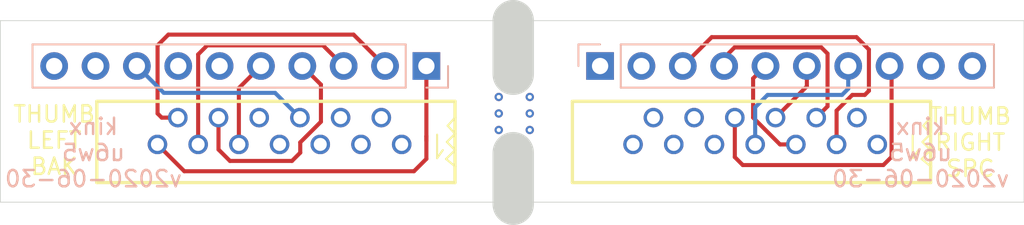
<source format=kicad_pcb>
(kicad_pcb (version 20171130) (host pcbnew 5.1.6)

  (general
    (thickness 1.6)
    (drawings 8)
    (tracks 62)
    (zones 0)
    (modules 5)
    (nets 36)
  )

  (page A4)
  (title_block
    (date 2020-06-23)
  )

  (layers
    (0 F.Cu signal)
    (31 B.Cu signal)
    (34 B.Paste user)
    (35 F.Paste user)
    (36 B.SilkS user)
    (37 F.SilkS user)
    (38 B.Mask user)
    (39 F.Mask user)
    (40 Dwgs.User user)
    (41 Cmts.User user)
    (42 Eco1.User user)
    (43 Eco2.User user)
    (44 Edge.Cuts user)
    (45 Margin user)
    (46 B.CrtYd user)
    (47 F.CrtYd user)
    (48 B.Fab user)
    (49 F.Fab user)
  )

  (setup
    (last_trace_width 0.25)
    (user_trace_width 2.54)
    (trace_clearance 0.1524)
    (zone_clearance 0.2)
    (zone_45_only no)
    (trace_min 0.2)
    (via_size 0.8)
    (via_drill 0.4)
    (via_min_size 0.4)
    (via_min_drill 0.3)
    (uvia_size 0.3)
    (uvia_drill 0.1)
    (uvias_allowed no)
    (uvia_min_size 0.2)
    (uvia_min_drill 0.1)
    (edge_width 0.05)
    (segment_width 0.2)
    (pcb_text_width 0.3)
    (pcb_text_size 1.5 1.5)
    (mod_edge_width 0.12)
    (mod_text_size 1 1)
    (mod_text_width 0.15)
    (pad_size 1.524 1.524)
    (pad_drill 0.762)
    (pad_to_mask_clearance 0.0508)
    (solder_mask_min_width 0.101)
    (aux_axis_origin 0 0)
    (visible_elements FFFFFF7F)
    (pcbplotparams
      (layerselection 0x010fc_ffffffff)
      (usegerberextensions false)
      (usegerberattributes true)
      (usegerberadvancedattributes true)
      (creategerberjobfile true)
      (excludeedgelayer true)
      (linewidth 0.100000)
      (plotframeref false)
      (viasonmask false)
      (mode 1)
      (useauxorigin false)
      (hpglpennumber 1)
      (hpglpenspeed 20)
      (hpglpendiameter 15.000000)
      (psnegative false)
      (psa4output false)
      (plotreference true)
      (plotvalue true)
      (plotinvisibletext false)
      (padsonsilk false)
      (subtractmaskfromsilk false)
      (outputformat 1)
      (mirror false)
      (drillshape 1)
      (scaleselection 1)
      (outputdirectory ""))
  )

  (net 0 "")
  (net 1 GND)
  (net 2 "Net-(J5-Pad10)")
  (net 3 "Net-(J5-Pad9)")
  (net 4 "Net-(J5-Pad7)")
  (net 5 "Net-(J5-Pad6)")
  (net 6 "Net-(J6-Pad10)")
  (net 7 "Net-(J6-Pad9)")
  (net 8 "Net-(J6-Pad2)")
  (net 9 "Net-(J6-Pad1)")
  (net 10 "Net-(J1-Pad12)")
  (net 11 "Net-(J1-Pad2)")
  (net 12 "Net-(J1-Pad13)")
  (net 13 "Net-(J1-Pad11)")
  (net 14 "Net-(J1-Pad1)")
  (net 15 "Net-(J8-Pad8)")
  (net 16 "Net-(J8-Pad4)")
  (net 17 "Net-(J8-Pad2)")
  (net 18 "Net-(J8-Pad7)")
  (net 19 "Net-(J8-Pad5)")
  (net 20 "Net-(J8-Pad3)")
  (net 21 "Net-(J8-Pad1)")
  (net 22 "Net-(J1-Pad10)")
  (net 23 "Net-(J1-Pad9)")
  (net 24 /COL_5_R)
  (net 25 /ROW_9_R)
  (net 26 /ROW_7_R)
  (net 27 /COL_6_R)
  (net 28 /ROW_8_R)
  (net 29 /ROW_6_R)
  (net 30 /ROW_3_L)
  (net 31 /COL_5_L)
  (net 32 /COL_6_L)
  (net 33 /ROW_5_L)
  (net 34 /ROW_2_L)
  (net 35 /ROW_4_L)

  (net_class Default "This is the default net class."
    (clearance 0.1524)
    (trace_width 0.25)
    (via_dia 0.8)
    (via_drill 0.4)
    (uvia_dia 0.3)
    (uvia_drill 0.1)
    (add_net /COL_5_L)
    (add_net /COL_5_R)
    (add_net /COL_6_L)
    (add_net /COL_6_R)
    (add_net /ROW_2_L)
    (add_net /ROW_3_L)
    (add_net /ROW_4_L)
    (add_net /ROW_5_L)
    (add_net /ROW_6_R)
    (add_net /ROW_7_R)
    (add_net /ROW_8_R)
    (add_net /ROW_9_R)
    (add_net "Net-(J1-Pad1)")
    (add_net "Net-(J1-Pad10)")
    (add_net "Net-(J1-Pad11)")
    (add_net "Net-(J1-Pad12)")
    (add_net "Net-(J1-Pad13)")
    (add_net "Net-(J1-Pad2)")
    (add_net "Net-(J1-Pad9)")
    (add_net "Net-(J5-Pad10)")
    (add_net "Net-(J5-Pad6)")
    (add_net "Net-(J5-Pad7)")
    (add_net "Net-(J5-Pad9)")
    (add_net "Net-(J6-Pad1)")
    (add_net "Net-(J6-Pad10)")
    (add_net "Net-(J6-Pad2)")
    (add_net "Net-(J6-Pad9)")
    (add_net "Net-(J8-Pad1)")
    (add_net "Net-(J8-Pad2)")
    (add_net "Net-(J8-Pad3)")
    (add_net "Net-(J8-Pad4)")
    (add_net "Net-(J8-Pad5)")
    (add_net "Net-(J8-Pad7)")
    (add_net "Net-(J8-Pad8)")
  )

  (module kinx:39-53-2135 (layer F.Cu) (tedit 5EE5D146) (tstamp 5EE97738)
    (at 141.605 134.62 180)
    (descr "\"1.25 FPC CONN ASSY ZF 13\"")
    (path /5F89CD6C)
    (fp_text reference J1 (at 11.557 -0.254 180) (layer F.SilkS) hide
      (effects (font (size 1 1) (thickness 0.15)) (justify right bottom))
    )
    (fp_text value THUMB_RIGHT_SPC_KB600 (at -10.16 -3.81 180) (layer F.Fab) hide
      (effects (font (size 1.6891 1.6891) (thickness 0.135128)) (justify right bottom))
    )
    (fp_line (start -10.7754 2.6524) (end 11.2246 2.6524) (layer F.SilkS) (width 0.2032))
    (fp_line (start 11.2246 2.6524) (end 11.2246 -2.3476) (layer F.SilkS) (width 0.2032))
    (fp_line (start 11.2246 -2.3476) (end -10.7754 -2.3476) (layer F.SilkS) (width 0.2032))
    (fp_line (start -10.7754 -2.3476) (end -10.7754 -1.3476) (layer F.SilkS) (width 0.2032))
    (fp_line (start -10.7754 -1.3476) (end -10.7754 -0.3476) (layer F.SilkS) (width 0.2032))
    (fp_line (start -10.7754 -0.3476) (end -10.7754 0.6524) (layer F.SilkS) (width 0.2032))
    (fp_line (start -10.7754 0.6524) (end -10.7754 1.6524) (layer F.SilkS) (width 0.2032))
    (fp_line (start -10.7754 1.6524) (end -10.7754 2.6524) (layer F.SilkS) (width 0.2032))
    (fp_line (start -10.7754 1.6524) (end -10.3254 1.1524) (layer F.SilkS) (width 0.127))
    (fp_line (start -10.3254 1.1524) (end -10.7754 0.6524) (layer F.SilkS) (width 0.127))
    (fp_line (start -10.7754 0.6524) (end -10.2754 0.1524) (layer F.SilkS) (width 0.127))
    (fp_line (start -10.2754 0.1524) (end -10.7754 -0.3476) (layer F.SilkS) (width 0.127))
    (fp_line (start -10.7754 -0.3476) (end -10.2254 -0.8976) (layer F.SilkS) (width 0.127))
    (fp_line (start -10.2254 -0.8976) (end -10.7754 -1.3476) (layer F.SilkS) (width 0.127))
    (fp_line (start -10.0254 -0.3476) (end -9.6754 -0.8476) (layer F.SilkS) (width 0.127))
    (fp_line (start -9.6754 -0.8476) (end -9.6754 0.6024) (layer F.SilkS) (width 0.127))
    (fp_line (start -8.85 0.2) (end 8.85 0.2) (layer F.Fab) (width 0.1016))
    (fp_line (start 8.85 0.2) (end 8.85 -0.4) (layer F.Fab) (width 0.1016))
    (fp_line (start 8.85 -0.4) (end -8.85 -0.4) (layer F.Fab) (width 0.1016))
    (fp_line (start -8.85 -0.4) (end -8.85 0.2) (layer F.Fab) (width 0.1016))
    (fp_line (start -8.85 0.2) (end -9.15 0.2) (layer F.Fab) (width 0.1016))
    (fp_line (start -9.15 0.2) (end -9.15 -1.25) (layer F.Fab) (width 0.1016))
    (fp_line (start -9.15 -1.25) (end 9.15 -1.25) (layer F.Fab) (width 0.1016))
    (fp_line (start 9.15 -1.25) (end 9.15 0.2) (layer F.Fab) (width 0.1016))
    (fp_line (start 9.15 0.2) (end 8.85 0.2) (layer F.Fab) (width 0.1016))
    (fp_line (start -9.15 -1.25) (end -8.85 -0.4) (layer F.Fab) (width 0.1016))
    (fp_line (start 8.85 -0.4) (end 9.15 -1.25) (layer F.Fab) (width 0.1016))
    (pad 12 thru_hole circle (at 6.25 1.65 180) (size 1.2 1.2) (drill 0.8) (layers *.Cu *.Mask)
      (net 10 "Net-(J1-Pad12)") (solder_mask_margin 0.0635))
    (pad 10 thru_hole circle (at 3.75 1.65 180) (size 1.2 1.2) (drill 0.8) (layers *.Cu *.Mask)
      (net 22 "Net-(J1-Pad10)") (solder_mask_margin 0.0635))
    (pad 8 thru_hole circle (at 1.25 1.65 180) (size 1.2 1.2) (drill 0.8) (layers *.Cu *.Mask)
      (net 24 /COL_5_R) (solder_mask_margin 0.0635))
    (pad 6 thru_hole circle (at -1.25 1.65 180) (size 1.2 1.2) (drill 0.8) (layers *.Cu *.Mask)
      (net 25 /ROW_9_R) (solder_mask_margin 0.0635))
    (pad 4 thru_hole circle (at -3.75 1.65 180) (size 1.2 1.2) (drill 0.8) (layers *.Cu *.Mask)
      (net 26 /ROW_7_R) (solder_mask_margin 0.0635))
    (pad 2 thru_hole circle (at -6.25 1.65 180) (size 1.2 1.2) (drill 0.8) (layers *.Cu *.Mask)
      (net 11 "Net-(J1-Pad2)") (solder_mask_margin 0.0635))
    (pad 13 thru_hole circle (at 7.5 0 180) (size 1.2 1.2) (drill 0.8) (layers *.Cu *.Mask)
      (net 12 "Net-(J1-Pad13)") (solder_mask_margin 0.0635))
    (pad 11 thru_hole circle (at 5 0 180) (size 1.2 1.2) (drill 0.8) (layers *.Cu *.Mask)
      (net 13 "Net-(J1-Pad11)") (solder_mask_margin 0.0635))
    (pad 9 thru_hole circle (at 2.5 0 180) (size 1.2 1.2) (drill 0.8) (layers *.Cu *.Mask)
      (net 23 "Net-(J1-Pad9)") (solder_mask_margin 0.0635))
    (pad 7 thru_hole circle (at 0 0 180) (size 1.2 1.2) (drill 0.8) (layers *.Cu *.Mask)
      (net 27 /COL_6_R) (solder_mask_margin 0.0635))
    (pad 5 thru_hole circle (at -2.5 0 180) (size 1.2 1.2) (drill 0.8) (layers *.Cu *.Mask)
      (net 28 /ROW_8_R) (solder_mask_margin 0.0635))
    (pad 3 thru_hole circle (at -5 0 180) (size 1.2 1.2) (drill 0.8) (layers *.Cu *.Mask)
      (net 29 /ROW_6_R) (solder_mask_margin 0.0635))
    (pad 1 thru_hole circle (at -7.5 0 180) (size 1.2 1.2) (drill 0.8) (layers *.Cu *.Mask)
      (net 14 "Net-(J1-Pad1)") (solder_mask_margin 0.0635))
  )

  (module panelizationtab:tab locked (layer F.Cu) (tedit 5EFB9408) (tstamp 5EFBF165)
    (at 125.857 132.715 90)
    (fp_text reference REF** (at 0 0.5 90) (layer F.SilkS) hide
      (effects (font (size 1 1) (thickness 0.15)))
    )
    (fp_text value tab (at 0 -0.5 90) (layer F.Fab) hide
      (effects (font (size 1 1) (thickness 0.15)))
    )
    (pad 4 thru_hole circle (at -1.016 1.905 90) (size 0.51 0.51) (drill 0.254) (layers *.Cu *.Mask))
    (pad 6 thru_hole circle (at 1.016 1.905 90) (size 0.51 0.51) (drill 0.254) (layers *.Cu *.Mask))
    (pad 5 thru_hole circle (at 0 1.905 90) (size 0.51 0.51) (drill 0.254) (layers *.Cu *.Mask))
    (pad 1 thru_hole circle (at -1.016 0 90) (size 0.51 0.51) (drill 0.254) (layers *.Cu *.Mask))
    (pad 3 thru_hole circle (at 1.016 0 90) (size 0.51 0.51) (drill 0.254) (layers *.Cu *.Mask))
    (pad 2 thru_hole circle (at 0 0 90) (size 0.51 0.51) (drill 0.254) (layers *.Cu *.Mask))
  )

  (module kinx:39-53-2135 (layer F.Cu) (tedit 5EE5D146) (tstamp 5EE7DB2B)
    (at 112.395 134.62 180)
    (descr "\"1.25 FPC CONN ASSY ZF 13\"")
    (path /5F8EDD52)
    (fp_text reference J8 (at -12.827 -0.254 180) (layer F.SilkS) hide
      (effects (font (size 1 1) (thickness 0.15)) (justify right bottom))
    )
    (fp_text value THUMB_LEFT_BAK_KB600 (at -10.16 -3.81 180) (layer F.Fab) hide
      (effects (font (size 1.6891 1.6891) (thickness 0.135128)) (justify right bottom))
    )
    (fp_line (start -10.7754 2.6524) (end 11.2246 2.6524) (layer F.SilkS) (width 0.2032))
    (fp_line (start 11.2246 2.6524) (end 11.2246 -2.3476) (layer F.SilkS) (width 0.2032))
    (fp_line (start 11.2246 -2.3476) (end -10.7754 -2.3476) (layer F.SilkS) (width 0.2032))
    (fp_line (start -10.7754 -2.3476) (end -10.7754 -1.3476) (layer F.SilkS) (width 0.2032))
    (fp_line (start -10.7754 -1.3476) (end -10.7754 -0.3476) (layer F.SilkS) (width 0.2032))
    (fp_line (start -10.7754 -0.3476) (end -10.7754 0.6524) (layer F.SilkS) (width 0.2032))
    (fp_line (start -10.7754 0.6524) (end -10.7754 1.6524) (layer F.SilkS) (width 0.2032))
    (fp_line (start -10.7754 1.6524) (end -10.7754 2.6524) (layer F.SilkS) (width 0.2032))
    (fp_line (start -10.7754 1.6524) (end -10.3254 1.1524) (layer F.SilkS) (width 0.127))
    (fp_line (start -10.3254 1.1524) (end -10.7754 0.6524) (layer F.SilkS) (width 0.127))
    (fp_line (start -10.7754 0.6524) (end -10.2754 0.1524) (layer F.SilkS) (width 0.127))
    (fp_line (start -10.2754 0.1524) (end -10.7754 -0.3476) (layer F.SilkS) (width 0.127))
    (fp_line (start -10.7754 -0.3476) (end -10.2254 -0.8976) (layer F.SilkS) (width 0.127))
    (fp_line (start -10.2254 -0.8976) (end -10.7754 -1.3476) (layer F.SilkS) (width 0.127))
    (fp_line (start -10.0254 -0.3476) (end -9.6754 -0.8476) (layer F.SilkS) (width 0.127))
    (fp_line (start -9.6754 -0.8476) (end -9.6754 0.6024) (layer F.SilkS) (width 0.127))
    (fp_line (start -8.85 0.2) (end 8.85 0.2) (layer F.Fab) (width 0.1016))
    (fp_line (start 8.85 0.2) (end 8.85 -0.4) (layer F.Fab) (width 0.1016))
    (fp_line (start 8.85 -0.4) (end -8.85 -0.4) (layer F.Fab) (width 0.1016))
    (fp_line (start -8.85 -0.4) (end -8.85 0.2) (layer F.Fab) (width 0.1016))
    (fp_line (start -8.85 0.2) (end -9.15 0.2) (layer F.Fab) (width 0.1016))
    (fp_line (start -9.15 0.2) (end -9.15 -1.25) (layer F.Fab) (width 0.1016))
    (fp_line (start -9.15 -1.25) (end 9.15 -1.25) (layer F.Fab) (width 0.1016))
    (fp_line (start 9.15 -1.25) (end 9.15 0.2) (layer F.Fab) (width 0.1016))
    (fp_line (start 9.15 0.2) (end 8.85 0.2) (layer F.Fab) (width 0.1016))
    (fp_line (start -9.15 -1.25) (end -8.85 -0.4) (layer F.Fab) (width 0.1016))
    (fp_line (start 8.85 -0.4) (end 9.15 -1.25) (layer F.Fab) (width 0.1016))
    (pad 12 thru_hole circle (at 6.25 1.65 180) (size 1.2 1.2) (drill 0.8) (layers *.Cu *.Mask)
      (net 34 /ROW_2_L) (solder_mask_margin 0.0635))
    (pad 10 thru_hole circle (at 3.75 1.65 180) (size 1.2 1.2) (drill 0.8) (layers *.Cu *.Mask)
      (net 32 /COL_6_L) (solder_mask_margin 0.0635))
    (pad 8 thru_hole circle (at 1.25 1.65 180) (size 1.2 1.2) (drill 0.8) (layers *.Cu *.Mask)
      (net 15 "Net-(J8-Pad8)") (solder_mask_margin 0.0635))
    (pad 6 thru_hole circle (at -1.25 1.65 180) (size 1.2 1.2) (drill 0.8) (layers *.Cu *.Mask)
      (net 30 /ROW_3_L) (solder_mask_margin 0.0635))
    (pad 4 thru_hole circle (at -3.75 1.65 180) (size 1.2 1.2) (drill 0.8) (layers *.Cu *.Mask)
      (net 16 "Net-(J8-Pad4)") (solder_mask_margin 0.0635))
    (pad 2 thru_hole circle (at -6.25 1.65 180) (size 1.2 1.2) (drill 0.8) (layers *.Cu *.Mask)
      (net 17 "Net-(J8-Pad2)") (solder_mask_margin 0.0635))
    (pad 13 thru_hole circle (at 7.5 0 180) (size 1.2 1.2) (drill 0.8) (layers *.Cu *.Mask)
      (net 35 /ROW_4_L) (solder_mask_margin 0.0635))
    (pad 11 thru_hole circle (at 5 0 180) (size 1.2 1.2) (drill 0.8) (layers *.Cu *.Mask)
      (net 33 /ROW_5_L) (solder_mask_margin 0.0635))
    (pad 9 thru_hole circle (at 2.5 0 180) (size 1.2 1.2) (drill 0.8) (layers *.Cu *.Mask)
      (net 31 /COL_5_L) (solder_mask_margin 0.0635))
    (pad 7 thru_hole circle (at 0 0 180) (size 1.2 1.2) (drill 0.8) (layers *.Cu *.Mask)
      (net 18 "Net-(J8-Pad7)") (solder_mask_margin 0.0635))
    (pad 5 thru_hole circle (at -2.5 0 180) (size 1.2 1.2) (drill 0.8) (layers *.Cu *.Mask)
      (net 19 "Net-(J8-Pad5)") (solder_mask_margin 0.0635))
    (pad 3 thru_hole circle (at -5 0 180) (size 1.2 1.2) (drill 0.8) (layers *.Cu *.Mask)
      (net 20 "Net-(J8-Pad3)") (solder_mask_margin 0.0635))
    (pad 1 thru_hole circle (at -7.5 0 180) (size 1.2 1.2) (drill 0.8) (layers *.Cu *.Mask)
      (net 21 "Net-(J8-Pad1)") (solder_mask_margin 0.0635))
  )

  (module Connector_PinHeader_2.54mm:PinHeader_1x10_P2.54mm_Vertical (layer B.Cu) (tedit 59FED5CC) (tstamp 5EE9F443)
    (at 121.412 129.794 90)
    (descr "Through hole straight pin header, 1x10, 2.54mm pitch, single row")
    (tags "Through hole pin header THT 1x10 2.54mm single row")
    (path /2978C288)
    (fp_text reference J5 (at -2.54 -22.987 180) (layer B.SilkS) hide
      (effects (font (size 1 1) (thickness 0.15)) (justify mirror))
    )
    (fp_text value "THUMB\nLEFT\nBAK" (at -4.572 -22.86 unlocked) (layer F.SilkS)
      (effects (font (size 1 1) (thickness 0.15)))
    )
    (fp_line (start 1.8 1.8) (end -1.8 1.8) (layer B.CrtYd) (width 0.05))
    (fp_line (start 1.8 -24.65) (end 1.8 1.8) (layer B.CrtYd) (width 0.05))
    (fp_line (start -1.8 -24.65) (end 1.8 -24.65) (layer B.CrtYd) (width 0.05))
    (fp_line (start -1.8 1.8) (end -1.8 -24.65) (layer B.CrtYd) (width 0.05))
    (fp_line (start -1.33 1.33) (end 0 1.33) (layer B.SilkS) (width 0.12))
    (fp_line (start -1.33 0) (end -1.33 1.33) (layer B.SilkS) (width 0.12))
    (fp_line (start -1.33 -1.27) (end 1.33 -1.27) (layer B.SilkS) (width 0.12))
    (fp_line (start 1.33 -1.27) (end 1.33 -24.19) (layer B.SilkS) (width 0.12))
    (fp_line (start -1.33 -1.27) (end -1.33 -24.19) (layer B.SilkS) (width 0.12))
    (fp_line (start -1.33 -24.19) (end 1.33 -24.19) (layer B.SilkS) (width 0.12))
    (fp_line (start -1.27 0.635) (end -0.635 1.27) (layer B.Fab) (width 0.1))
    (fp_line (start -1.27 -24.13) (end -1.27 0.635) (layer B.Fab) (width 0.1))
    (fp_line (start 1.27 -24.13) (end -1.27 -24.13) (layer B.Fab) (width 0.1))
    (fp_line (start 1.27 1.27) (end 1.27 -24.13) (layer B.Fab) (width 0.1))
    (fp_line (start -0.635 1.27) (end 1.27 1.27) (layer B.Fab) (width 0.1))
    (fp_text user %R (at 0 -11.43 180) (layer B.Fab)
      (effects (font (size 1 1) (thickness 0.15)) (justify mirror))
    )
    (pad 10 thru_hole oval (at 0 -22.86 90) (size 1.7 1.7) (drill 1) (layers *.Cu *.Mask)
      (net 2 "Net-(J5-Pad10)"))
    (pad 9 thru_hole oval (at 0 -20.32 90) (size 1.7 1.7) (drill 1) (layers *.Cu *.Mask)
      (net 3 "Net-(J5-Pad9)"))
    (pad 8 thru_hole oval (at 0 -17.78 90) (size 1.7 1.7) (drill 1) (layers *.Cu *.Mask)
      (net 30 /ROW_3_L))
    (pad 7 thru_hole oval (at 0 -15.24 90) (size 1.7 1.7) (drill 1) (layers *.Cu *.Mask)
      (net 4 "Net-(J5-Pad7)"))
    (pad 6 thru_hole oval (at 0 -12.7 90) (size 1.7 1.7) (drill 1) (layers *.Cu *.Mask)
      (net 5 "Net-(J5-Pad6)"))
    (pad 5 thru_hole oval (at 0 -10.16 90) (size 1.7 1.7) (drill 1) (layers *.Cu *.Mask)
      (net 31 /COL_5_L))
    (pad 4 thru_hole oval (at 0 -7.62 90) (size 1.7 1.7) (drill 1) (layers *.Cu *.Mask)
      (net 32 /COL_6_L))
    (pad 3 thru_hole oval (at 0 -5.08 90) (size 1.7 1.7) (drill 1) (layers *.Cu *.Mask)
      (net 33 /ROW_5_L))
    (pad 2 thru_hole oval (at 0 -2.54 90) (size 1.7 1.7) (drill 1) (layers *.Cu *.Mask)
      (net 34 /ROW_2_L))
    (pad 1 thru_hole rect (at 0 0 90) (size 1.7 1.7) (drill 1) (layers *.Cu *.Mask)
      (net 35 /ROW_4_L))
    (model ${KISYS3DMOD}/Connector_PinHeader_2.54mm.3dshapes/PinHeader_1x10_P2.54mm_Vertical.wrl
      (at (xyz 0 0 0))
      (scale (xyz 1 1 1))
      (rotate (xyz 0 0 0))
    )
  )

  (module Connector_PinHeader_2.54mm:PinHeader_1x10_P2.54mm_Vertical (layer B.Cu) (tedit 59FED5CC) (tstamp 5EE98194)
    (at 132.08 129.794 270)
    (descr "Through hole straight pin header, 1x10, 2.54mm pitch, single row")
    (tags "Through hole pin header THT 1x10 2.54mm single row")
    (path /1A47134F)
    (fp_text reference J6 (at 2.794 -23.749 180) (layer B.SilkS) hide
      (effects (font (size 1 1) (thickness 0.15)) (justify mirror))
    )
    (fp_text value "THUMB\nRIGHT\nSPC" (at 4.699 -22.733 unlocked) (layer F.SilkS)
      (effects (font (size 1 1) (thickness 0.15)))
    )
    (fp_line (start 1.8 1.8) (end -1.8 1.8) (layer B.CrtYd) (width 0.05))
    (fp_line (start 1.8 -24.65) (end 1.8 1.8) (layer B.CrtYd) (width 0.05))
    (fp_line (start -1.8 -24.65) (end 1.8 -24.65) (layer B.CrtYd) (width 0.05))
    (fp_line (start -1.8 1.8) (end -1.8 -24.65) (layer B.CrtYd) (width 0.05))
    (fp_line (start -1.33 1.33) (end 0 1.33) (layer B.SilkS) (width 0.12))
    (fp_line (start -1.33 0) (end -1.33 1.33) (layer B.SilkS) (width 0.12))
    (fp_line (start -1.33 -1.27) (end 1.33 -1.27) (layer B.SilkS) (width 0.12))
    (fp_line (start 1.33 -1.27) (end 1.33 -24.19) (layer B.SilkS) (width 0.12))
    (fp_line (start -1.33 -1.27) (end -1.33 -24.19) (layer B.SilkS) (width 0.12))
    (fp_line (start -1.33 -24.19) (end 1.33 -24.19) (layer B.SilkS) (width 0.12))
    (fp_line (start -1.27 0.635) (end -0.635 1.27) (layer B.Fab) (width 0.1))
    (fp_line (start -1.27 -24.13) (end -1.27 0.635) (layer B.Fab) (width 0.1))
    (fp_line (start 1.27 -24.13) (end -1.27 -24.13) (layer B.Fab) (width 0.1))
    (fp_line (start 1.27 1.27) (end 1.27 -24.13) (layer B.Fab) (width 0.1))
    (fp_line (start -0.635 1.27) (end 1.27 1.27) (layer B.Fab) (width 0.1))
    (fp_text user %R (at 0 -11.43 180) (layer B.Fab)
      (effects (font (size 1 1) (thickness 0.15)) (justify mirror))
    )
    (pad 10 thru_hole oval (at 0 -22.86 270) (size 1.7 1.7) (drill 1) (layers *.Cu *.Mask)
      (net 6 "Net-(J6-Pad10)"))
    (pad 9 thru_hole oval (at 0 -20.32 270) (size 1.7 1.7) (drill 1) (layers *.Cu *.Mask)
      (net 7 "Net-(J6-Pad9)"))
    (pad 8 thru_hole oval (at 0 -17.78 270) (size 1.7 1.7) (drill 1) (layers *.Cu *.Mask)
      (net 24 /COL_5_R))
    (pad 7 thru_hole oval (at 0 -15.24 270) (size 1.7 1.7) (drill 1) (layers *.Cu *.Mask)
      (net 27 /COL_6_R))
    (pad 6 thru_hole oval (at 0 -12.7 270) (size 1.7 1.7) (drill 1) (layers *.Cu *.Mask)
      (net 25 /ROW_9_R))
    (pad 5 thru_hole oval (at 0 -10.16 270) (size 1.7 1.7) (drill 1) (layers *.Cu *.Mask)
      (net 28 /ROW_8_R))
    (pad 4 thru_hole oval (at 0 -7.62 270) (size 1.7 1.7) (drill 1) (layers *.Cu *.Mask)
      (net 26 /ROW_7_R))
    (pad 3 thru_hole oval (at 0 -5.08 270) (size 1.7 1.7) (drill 1) (layers *.Cu *.Mask)
      (net 29 /ROW_6_R))
    (pad 2 thru_hole oval (at 0 -2.54 270) (size 1.7 1.7) (drill 1) (layers *.Cu *.Mask)
      (net 8 "Net-(J6-Pad2)"))
    (pad 1 thru_hole rect (at 0 0 270) (size 1.7 1.7) (drill 1) (layers *.Cu *.Mask)
      (net 9 "Net-(J6-Pad1)"))
    (model ${KISYS3DMOD}/Connector_PinHeader_2.54mm.3dshapes/PinHeader_1x10_P2.54mm_Vertical.wrl
      (at (xyz 0 0 0))
      (scale (xyz 1 1 1))
      (rotate (xyz 0 0 0))
    )
  )

  (gr_text "kinx\nu6w5\nv2020-06-30" (at 151.765 135.128) (layer B.SilkS) (tstamp 5EFC0A7A)
    (effects (font (size 1 1) (thickness 0.15)) (justify mirror))
  )
  (gr_text "kinx\nu6w5\nv2020-06-30" (at 100.965 135.128) (layer B.SilkS)
    (effects (font (size 1 1) (thickness 0.15)) (justify mirror))
  )
  (gr_line (start 126.746 135.128) (end 126.746 138.303) (layer Edge.Cuts) (width 2.54) (tstamp 5EFB90E5))
  (gr_line (start 126.746 127) (end 126.746 130.302) (layer Edge.Cuts) (width 2.54))
  (gr_line (start 95.25 138.176) (end 158.115 138.176) (layer Edge.Cuts) (width 0.05) (tstamp 764B18E0))
  (gr_line (start 158.115 138.176) (end 158.115 127) (layer Edge.Cuts) (width 0.05) (tstamp 764B1D10))
  (gr_line (start 158.115 127) (end 95.25 127) (layer Edge.Cuts) (width 0.05) (tstamp 5EE7E5A8))
  (gr_line (start 95.25 127) (end 95.25 138.176) (layer Edge.Cuts) (width 0.05) (tstamp 764B2510))

  (segment (start 148.971 134.279) (end 148.931 134.239) (width 0.25) (layer F.Cu) (net 14))
  (segment (start 140.355 132.97) (end 140.355 135.402) (width 0.25) (layer F.Cu) (net 24))
  (segment (start 140.355 135.402) (end 140.843 135.89) (width 0.25) (layer F.Cu) (net 24))
  (segment (start 140.843 135.89) (end 149.479 135.89) (width 0.25) (layer F.Cu) (net 24))
  (segment (start 149.982401 129.916401) (end 149.86 129.794) (width 0.25) (layer F.Cu) (net 24))
  (segment (start 149.982401 135.386599) (end 149.982401 129.916401) (width 0.25) (layer F.Cu) (net 24))
  (segment (start 149.479 135.89) (end 149.982401 135.386599) (width 0.25) (layer F.Cu) (net 24))
  (segment (start 103.632 129.794) (end 105.283 131.445) (width 0.25) (layer B.Cu) (net 30))
  (segment (start 112.12 131.445) (end 113.645 132.97) (width 0.25) (layer B.Cu) (net 30))
  (segment (start 105.283 131.445) (end 112.12 131.445) (width 0.25) (layer B.Cu) (net 30))
  (segment (start 142.24 129.794) (end 141.977599 130.056401) (width 0.25) (layer F.Cu) (net 28))
  (segment (start 109.895 131.151) (end 109.895 134.62) (width 0.25) (layer F.Cu) (net 31))
  (segment (start 111.252 129.794) (end 109.895 131.151) (width 0.25) (layer F.Cu) (net 31))
  (segment (start 144.78 129.794) (end 144.78 131.045) (width 0.25) (layer F.Cu) (net 25))
  (segment (start 144.78 131.045) (end 142.855 132.97) (width 0.25) (layer F.Cu) (net 25))
  (segment (start 139.7 129.794) (end 139.7 129.286) (width 0.25) (layer F.Cu) (net 26))
  (segment (start 139.7 129.286) (end 140.335 128.651) (width 0.25) (layer F.Cu) (net 26))
  (segment (start 140.335 128.651) (end 145.669 128.651) (width 0.25) (layer F.Cu) (net 26))
  (segment (start 145.669 128.651) (end 146.05 129.032) (width 0.25) (layer F.Cu) (net 26))
  (segment (start 146.05 132.275) (end 145.355 132.97) (width 0.25) (layer F.Cu) (net 26))
  (segment (start 146.05 129.032) (end 146.05 132.275) (width 0.25) (layer F.Cu) (net 26))
  (segment (start 147.32 131.191) (end 147.32 129.794) (width 0.25) (layer B.Cu) (net 27))
  (segment (start 146.939 131.572) (end 147.32 131.191) (width 0.25) (layer B.Cu) (net 27))
  (segment (start 142.367 131.572) (end 146.939 131.572) (width 0.25) (layer B.Cu) (net 27))
  (segment (start 141.605 132.334) (end 142.367 131.572) (width 0.25) (layer B.Cu) (net 27))
  (segment (start 141.605 134.62) (end 141.605 132.334) (width 0.25) (layer B.Cu) (net 27))
  (segment (start 144.105 134.62) (end 143.129 134.62) (width 0.25) (layer F.Cu) (net 28))
  (segment (start 143.129 134.62) (end 141.478 132.969) (width 0.25) (layer F.Cu) (net 28))
  (segment (start 141.478 130.556) (end 142.24 129.794) (width 0.25) (layer F.Cu) (net 28))
  (segment (start 141.478 132.969) (end 141.478 130.556) (width 0.25) (layer F.Cu) (net 28))
  (segment (start 146.605 134.62) (end 146.605 132.541) (width 0.25) (layer F.Cu) (net 29))
  (segment (start 146.605 132.541) (end 147.574 131.572) (width 0.25) (layer F.Cu) (net 29))
  (segment (start 147.574 131.572) (end 148.336 131.572) (width 0.25) (layer F.Cu) (net 29))
  (segment (start 148.336 131.572) (end 148.59 131.318) (width 0.25) (layer F.Cu) (net 29))
  (segment (start 148.59 131.318) (end 148.59 128.778) (width 0.25) (layer F.Cu) (net 29))
  (segment (start 148.59 128.778) (end 147.828 128.016) (width 0.25) (layer F.Cu) (net 29))
  (segment (start 138.938 128.016) (end 137.16 129.794) (width 0.25) (layer F.Cu) (net 29))
  (segment (start 147.828 128.016) (end 138.938 128.016) (width 0.25) (layer F.Cu) (net 29))
  (segment (start 114.935 133.223) (end 114.935 130.937) (width 0.25) (layer F.Cu) (net 32))
  (segment (start 113.665 134.493) (end 114.935 133.223) (width 0.25) (layer F.Cu) (net 32))
  (segment (start 113.157 135.636) (end 113.665 135.128) (width 0.25) (layer F.Cu) (net 32))
  (segment (start 113.665 135.128) (end 113.665 134.493) (width 0.25) (layer F.Cu) (net 32))
  (segment (start 109.347 135.636) (end 113.157 135.636) (width 0.25) (layer F.Cu) (net 32))
  (segment (start 108.645 134.934) (end 109.347 135.636) (width 0.25) (layer F.Cu) (net 32))
  (segment (start 114.935 130.937) (end 113.792 129.794) (width 0.25) (layer F.Cu) (net 32))
  (segment (start 108.645 132.97) (end 108.645 134.934) (width 0.25) (layer F.Cu) (net 32))
  (segment (start 107.395 134.62) (end 107.395 129.079) (width 0.25) (layer F.Cu) (net 33))
  (segment (start 107.395 129.079) (end 107.95 128.524) (width 0.25) (layer F.Cu) (net 33))
  (segment (start 115.062 128.524) (end 116.332 129.794) (width 0.25) (layer F.Cu) (net 33))
  (segment (start 107.95 128.524) (end 115.062 128.524) (width 0.25) (layer F.Cu) (net 33))
  (segment (start 106.145 132.97) (end 105.157 132.97) (width 0.25) (layer F.Cu) (net 34))
  (segment (start 105.157 132.97) (end 104.902 132.715) (width 0.25) (layer F.Cu) (net 34))
  (segment (start 104.902 132.715) (end 104.902 128.524) (width 0.25) (layer F.Cu) (net 34))
  (segment (start 116.939779 127.861779) (end 118.872 129.794) (width 0.25) (layer F.Cu) (net 34))
  (segment (start 105.564221 127.861779) (end 116.939779 127.861779) (width 0.25) (layer F.Cu) (net 34))
  (segment (start 104.902 128.524) (end 105.564221 127.861779) (width 0.25) (layer F.Cu) (net 34))
  (segment (start 104.895 134.62) (end 106.546 136.271) (width 0.25) (layer F.Cu) (net 35))
  (segment (start 106.546 136.271) (end 120.65 136.271) (width 0.25) (layer F.Cu) (net 35))
  (segment (start 121.412 135.509) (end 121.412 134.112) (width 0.25) (layer F.Cu) (net 35))
  (segment (start 120.65 136.271) (end 121.412 135.509) (width 0.25) (layer F.Cu) (net 35))
  (segment (start 121.412 134.112) (end 121.412 129.794) (width 0.25) (layer F.Cu) (net 35))
  (segment (start 121.412 134.401554) (end 121.412 134.112) (width 0.25) (layer F.Cu) (net 35))

  (zone (net 1) (net_name GND) (layer F.Cu) (tstamp 5EFC0A73) (hatch edge 0.508)
    (priority 6)
    (connect_pads (clearance 0.000001))
    (min_thickness 0.2032)
    (fill yes (arc_segments 32) (thermal_gap 0.4564) (thermal_bridge_width 0.4564))
    (polygon
      (pts
        (xy 157.988 138.049) (xy 95.377 138.049) (xy 95.377 127.127) (xy 157.988 127.127)
      )
    )
  )
  (zone (net 1) (net_name GND) (layer B.Cu) (tstamp 5EFC0A70) (hatch edge 0.508)
    (priority 6)
    (connect_pads (clearance 0.000001))
    (min_thickness 0.2032)
    (fill yes (arc_segments 32) (thermal_gap 0.4564) (thermal_bridge_width 0.4564))
    (polygon
      (pts
        (xy 157.988 138.049) (xy 95.377 138.049) (xy 95.377 127.127) (xy 157.988 127.127)
      )
    )
  )
)

</source>
